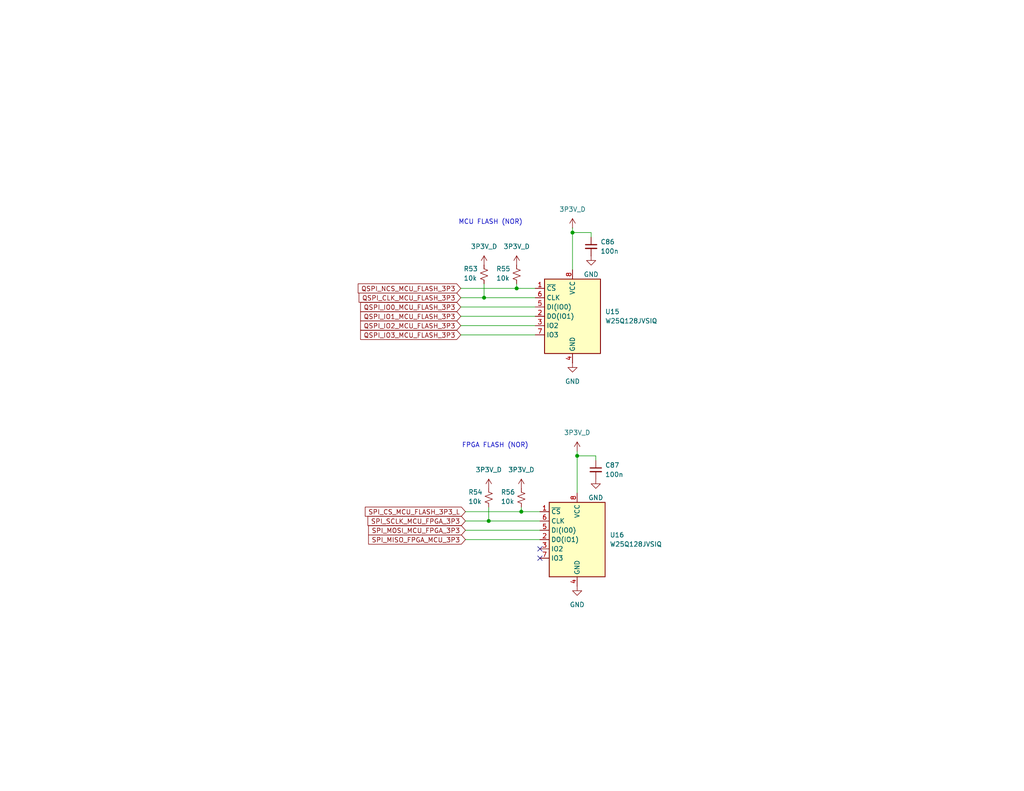
<source format=kicad_sch>
(kicad_sch (version 20250114) (generator "eeschema") (generator_version "9.0")
  (paper "A")
  (title_block (title "ARBITRARY WAVEFORM GENERATOR") (date "2025-07-15") (rev "1.0.1") (company "Tomasz Brzyzek"))
  (lib_symbols
    (symbol "BRZK_MEMORY:W25Q128JVSIQ"
      (property "Reference" "U" (at -16.764 14.478 0))
      (property "Value" "W25Q128JVSIQ" (at -10.414 12.192 0))
      (symbol "W25Q128JVSIQ_0_1"
        (rectangle (start -7.62 10.16) (end 7.62 -10.16) (stroke (width 0.254)) (fill (type background)))
      )
      (symbol "W25Q128JVSIQ_1_1"
        (pin input line (at -10.16 7.62 0) (length 2.54) (name "~{CS}") (number "1"))
        (pin input line (at -10.16 5.08 0) (length 2.54) (name "CLK") (number "6"))
        (pin bidirectional line (at -10.16 2.54 0) (length 2.54) (name "DI(IO0)") (number "5"))
        (pin bidirectional line (at -10.16 0 0) (length 2.54) (name "DO(IO1)") (number "2"))
        (pin bidirectional line (at -10.16 -2.54 0) (length 2.54) (name "IO2") (number "3"))
        (pin bidirectional line (at -10.16 -5.08 0) (length 2.54) (name "IO3") (number "7"))
        (pin power_in line (at 0 12.7 270) (length 2.54) (name "VCC") (number "8"))
        (pin power_in line (at 0 -12.7 90) (length 2.54) (name "GND") (number "4"))
      )
    )
    (symbol "Device:C_Small" (pin_numbers (hide yes)) (pin_names (offset 0.254) (hide yes))
      (property "Reference" "C" (at 0.254 1.778 0))
      (property "Value" "C_Small" (at 0.254 -2.032 0))
      (symbol "C_Small_0_1"
        (polyline (pts (xy -1.524 0.508) (xy 1.524 0.508)) (stroke (width 0.3048)))
        (polyline (pts (xy -1.524 -0.508) (xy 1.524 -0.508)) (stroke (width 0.3302)))
      )
      (symbol "C_Small_1_1"
        (pin passive line (at 0 2.54 270) (length 2.032) (name "~") (number "1"))
        (pin passive line (at 0 -2.54 90) (length 2.032) (name "~") (number "2"))
      )
    )
    (symbol "Device:R_Small_US" (pin_numbers (hide yes)) (pin_names (offset 0.254) (hide yes))
      (property "Reference" "R" (at 0.762 0.508 0))
      (property "Value" "R_Small_US" (at 0.762 -1.016 0))
      (symbol "R_Small_US_1_1"
        (polyline (pts (xy 0 1.524) (xy 1.016 1.143) (xy 0 0.762) (xy -1.016 0.381) (xy 0 0)))
        (polyline (pts (xy 0 0) (xy 1.016 -0.381) (xy 0 -0.762) (xy -1.016 -1.143) (xy 0 -1.524)))
        (pin passive line (at 0 2.54 270) (length 1.016) (name "~") (number "1"))
        (pin passive line (at 0 -2.54 90) (length 1.016) (name "~") (number "2"))
      )
    )
    (symbol "power:+3V3" (power) (pin_numbers (hide yes)) (pin_names (offset 0) (hide yes))
      (property "Value" "+3V3" (at 0 3.556 0))
      (symbol "+3V3_0_1"
        (polyline (pts (xy -0.762 1.27) (xy 0 2.54)))
        (polyline (pts (xy 0 2.54) (xy 0.762 1.27)))
        (polyline (pts (xy 0 0) (xy 0 2.54)))
      )
      (symbol "+3V3_1_1"
        (pin power_in line (at 0 0 90) (length 0) (name "~") (number "1"))
      )
    )
    (symbol "power:GND" (power) (pin_numbers (hide yes)) (pin_names (offset 0) (hide yes))
      (property "Value" "GND" (at 0 -3.81 0))
      (symbol "GND_0_1"
        (polyline (pts (xy 0 0) (xy 0 -1.27) (xy 1.27 -1.27) (xy 0 -2.54) (xy -1.27 -1.27) (xy 0 -1.27)))
      )
      (symbol "GND_1_1"
        (pin power_in line (at 0 0 270) (length 0) (name "~") (number "1"))
      )
    )
  )
  (text "MCU FLASH (NOR)" (at 133.858 60.706 0) (effects (font (size 1.27 1.27))))
  (text "FPGA FLASH (NOR)" (at 135.128 121.666 0) (effects (font (size 1.27 1.27))))
  (junction (at 140.97 78.74))
  (junction (at 132.08 81.28))
  (junction (at 133.35 142.24))
  (junction (at 142.24 139.7))
  (junction (at 156.21 63.5))
  (junction (at 157.48 124.46))
  (no_connect (at 147.32 149.86))
  (no_connect (at 147.32 152.4))
  (wire (pts (xy 125.73 88.9) (xy 146.05 88.9)))
  (wire (pts (xy 161.29 64.77) (xy 161.29 63.5)))
  (wire (pts (xy 127 142.24) (xy 133.35 142.24)))
  (wire (pts (xy 157.48 124.46) (xy 157.48 134.62)))
  (wire (pts (xy 157.48 124.46) (xy 157.48 123.19)))
  (wire (pts (xy 125.73 81.28) (xy 132.08 81.28)))
  (wire (pts (xy 133.35 142.24) (xy 147.32 142.24)))
  (wire (pts (xy 125.73 91.44) (xy 146.05 91.44)))
  (wire (pts (xy 133.35 138.43) (xy 133.35 142.24)))
  (wire (pts (xy 156.21 63.5) (xy 156.21 62.23)))
  (wire (pts (xy 125.73 83.82) (xy 146.05 83.82)))
  (wire (pts (xy 156.21 63.5) (xy 156.21 73.66)))
  (wire (pts (xy 156.21 63.5) (xy 161.29 63.5)))
  (wire (pts (xy 125.73 78.74) (xy 140.97 78.74)))
  (wire (pts (xy 140.97 78.74) (xy 146.05 78.74)))
  (wire (pts (xy 127 147.32) (xy 147.32 147.32)))
  (wire (pts (xy 142.24 138.43) (xy 142.24 139.7)))
  (wire (pts (xy 142.24 139.7) (xy 147.32 139.7)))
  (wire (pts (xy 140.97 77.47) (xy 140.97 78.74)))
  (wire (pts (xy 157.48 124.46) (xy 162.56 124.46)))
  (wire (pts (xy 125.73 86.36) (xy 146.05 86.36)))
  (wire (pts (xy 162.56 125.73) (xy 162.56 124.46)))
  (wire (pts (xy 127 139.7) (xy 142.24 139.7)))
  (wire (pts (xy 127 144.78) (xy 147.32 144.78)))
  (wire (pts (xy 132.08 81.28) (xy 146.05 81.28)))
  (wire (pts (xy 132.08 77.47) (xy 132.08 81.28)))
  (global_label "QSPI_IO1_MCU_FLASH_3P3" (shape input) (at 125.73 86.36 180) (property "Intersheetrefs" "${INTERSHEET_REFS}" (effects (hide yes))))
  (global_label "SPI_CS_MCU_FLASH_3P3_L" (shape input) (at 127 139.7 180) (property "Intersheetrefs" "${INTERSHEET_REFS}" (effects (hide yes))))
  (global_label "SPI_MISO_FPGA_MCU_3P3" (shape input) (at 127 147.32 180) (property "Intersheetrefs" "${INTERSHEET_REFS}" (effects (hide yes))))
  (global_label "SPI_MOSI_MCU_FPGA_3P3" (shape input) (at 127 144.78 180) (property "Intersheetrefs" "${INTERSHEET_REFS}" (effects (hide yes))))
  (global_label "QSPI_IO0_MCU_FLASH_3P3" (shape input) (at 125.73 83.82 180) (property "Intersheetrefs" "${INTERSHEET_REFS}" (effects (hide yes))))
  (global_label "QSPI_NCS_MCU_FLASH_3P3" (shape input) (at 125.73 78.74 180) (property "Intersheetrefs" "${INTERSHEET_REFS}" (effects (hide yes))))
  (global_label "QSPI_CLK_MCU_FLASH_3P3" (shape input) (at 125.73 81.28 180) (property "Intersheetrefs" "${INTERSHEET_REFS}" (effects (hide yes))))
  (global_label "QSPI_IO3_MCU_FLASH_3P3" (shape input) (at 125.73 91.44 180) (property "Intersheetrefs" "${INTERSHEET_REFS}" (effects (hide yes))))
  (global_label "SPI_SCLK_MCU_FPGA_3P3" (shape input) (at 127 142.24 180) (property "Intersheetrefs" "${INTERSHEET_REFS}" (effects (hide yes))))
  (global_label "QSPI_IO2_MCU_FLASH_3P3" (shape input) (at 125.73 88.9 180) (property "Intersheetrefs" "${INTERSHEET_REFS}" (effects (hide yes))))
  (symbol (lib_id "power:GND") (at 156.21 99.06 0) (unit 1)
    (property "Reference" "#PWR0211" (effects (hide yes)))
    (property "Value" "GND" (at 156.21 104.14 0))
    (property "Description" "Power symbol creates a global label with name \"GND\" , ground" (effects (hide yes)))
  )
  (symbol (lib_id "Device:R_Small_US") (at 133.35 135.89 180) (unit 1)
    (property "Reference" "R54" (at 127.762 134.366 0) (effects (justify right)))
    (property "Value" "10k" (at 127.762 136.906 0) (effects (justify right)))
    (property "Footprint" "Resistor_SMD:R_0603_1608Metric" (effects (hide yes)))
    (property "Description" "Resistor, small US symbol" (effects (hide yes)))
    (property "Part Number" "0603WAF1002T5E" (effects (hide yes)))
    (property "LCSC" "C25804" (effects (hide yes)))
  )
  (symbol (lib_id "power:GND") (at 162.56 130.81 0) (unit 1)
    (property "Reference" "#PWR0215" (effects (hide yes)))
    (property "Value" "GND" (at 162.56 135.89 0))
    (property "Description" "Power symbol creates a global label with name \"GND\" , ground" (effects (hide yes)))
  )
  (symbol (lib_id "power:+3V3") (at 156.21 62.23 0) (unit 1)
    (property "Reference" "#PWR0210" (effects (hide yes)))
    (property "Value" "3P3V_D" (at 156.21 57.15 0))
    (property "Description" "Power symbol creates a global label with name \"+3V3\"" (effects (hide yes)))
  )
  (symbol (lib_id "power:GND") (at 161.29 69.85 0) (unit 1)
    (property "Reference" "#PWR0214" (effects (hide yes)))
    (property "Value" "GND" (at 161.29 74.93 0))
    (property "Description" "Power symbol creates a global label with name \"GND\" , ground" (effects (hide yes)))
  )
  (symbol (lib_id "Device:R_Small_US") (at 142.24 135.89 180) (unit 1)
    (property "Reference" "R56" (at 136.652 134.366 0) (effects (justify right)))
    (property "Value" "10k" (at 136.652 136.906 0) (effects (justify right)))
    (property "Footprint" "Resistor_SMD:R_0603_1608Metric" (effects (hide yes)))
    (property "Description" "Resistor, small US symbol" (effects (hide yes)))
    (property "Part Number" "0603WAF1002T5E" (effects (hide yes)))
    (property "LCSC" "C25804" (effects (hide yes)))
  )
  (symbol (lib_id "power:+3V3") (at 157.48 123.19 0) (unit 1)
    (property "Reference" "#PWR0212" (effects (hide yes)))
    (property "Value" "3P3V_D" (at 157.48 118.11 0))
    (property "Description" "Power symbol creates a global label with name \"+3V3\"" (effects (hide yes)))
  )
  (symbol (lib_id "Device:R_Small_US") (at 132.08 74.93 180) (unit 1)
    (property "Reference" "R53" (at 126.492 73.406 0) (effects (justify right)))
    (property "Value" "10k" (at 126.492 75.946 0) (effects (justify right)))
    (property "Footprint" "Resistor_SMD:R_0603_1608Metric" (effects (hide yes)))
    (property "Description" "Resistor, small US symbol" (effects (hide yes)))
    (property "Part Number" "0603WAF1002T5E" (effects (hide yes)))
    (property "LCSC" "C25804" (effects (hide yes)))
  )
  (symbol (lib_id "Device:R_Small_US") (at 140.97 74.93 180) (unit 1)
    (property "Reference" "R55" (at 135.382 73.406 0) (effects (justify right)))
    (property "Value" "10k" (at 135.382 75.946 0) (effects (justify right)))
    (property "Footprint" "Resistor_SMD:R_0603_1608Metric" (effects (hide yes)))
    (property "Description" "Resistor, small US symbol" (effects (hide yes)))
    (property "Part Number" "0603WAF1002T5E" (effects (hide yes)))
    (property "LCSC" "C25804" (effects (hide yes)))
  )
  (symbol (lib_id "power:+3V3") (at 142.24 133.35 0) (unit 1)
    (property "Reference" "#PWR0209" (effects (hide yes)))
    (property "Value" "3P3V_D" (at 142.24 128.27 0))
    (property "Description" "Power symbol creates a global label with name \"+3V3\"" (effects (hide yes)))
  )
  (symbol (lib_id "power:+3V3") (at 133.35 133.35 0) (unit 1)
    (property "Reference" "#PWR0207" (effects (hide yes)))
    (property "Value" "3P3V_D" (at 133.35 128.27 0))
    (property "Description" "Power symbol creates a global label with name \"+3V3\"" (effects (hide yes)))
  )
  (symbol (lib_id "power:GND") (at 157.48 160.02 0) (unit 1)
    (property "Reference" "#PWR0213" (effects (hide yes)))
    (property "Value" "GND" (at 157.48 165.1 0))
    (property "Description" "Power symbol creates a global label with name \"GND\" , ground" (effects (hide yes)))
  )
  (symbol (lib_id "Device:C_Small") (at 161.29 67.31 0) (unit 1)
    (property "Reference" "C86" (at 163.83 66.0463 0) (effects (justify left)))
    (property "Value" "100n" (at 163.83 68.5863 0) (effects (justify left)))
    (property "Footprint" "Capacitor_SMD:C_0603_1608Metric" (effects (hide yes)))
    (property "Description" "Unpolarized capacitor, small symbol" (effects (hide yes)))
    (property "Part Number" "CL10B104JB8NNNC" (effects (hide yes)))
    (property "LCSC" "C24452" (effects (hide yes)))
  )
  (symbol (lib_id "Device:C_Small") (at 162.56 128.27 0) (unit 1)
    (property "Reference" "C87" (at 165.1 127.0063 0) (effects (justify left)))
    (property "Value" "100n" (at 165.1 129.5463 0) (effects (justify left)))
    (property "Footprint" "Capacitor_SMD:C_0603_1608Metric" (effects (hide yes)))
    (property "Description" "Unpolarized capacitor, small symbol" (effects (hide yes)))
    (property "Part Number" "CL10B104JB8NNNC" (effects (hide yes)))
    (property "LCSC" "C24452" (effects (hide yes)))
  )
  (symbol (lib_id "BRZK_MEMORY:W25Q128JVSIQ") (at 157.48 147.32 0) (unit 1)
    (property "Reference" "U16" (at 166.37 146.0499 0) (effects (justify left)))
    (property "Value" "W25Q128JVSIQ" (at 166.37 148.5899 0) (effects (justify left)))
    (property "Footprint" "Package_SO:SOIC-8_5.23x5.23mm_P1.27mm" (effects (hide yes)))
    (property "Datasheet" "http://www.winbond.com/resource-files/w25q128jv_dtr%20revc%2003272018%20plus.pdf" (effects (hide yes)))
    (property "Description" "128Mb Serial Flash Memory, Standard/Dual/Quad SPI, SOIC-8" (effects (hide yes)))
    (property "Part Number" "W25Q128JVSIQ" (effects (hide yes)))
    (property "LCSC" "C97521" (effects (hide yes)))
  )
  (symbol (lib_id "BRZK_MEMORY:W25Q128JVSIQ") (at 156.21 86.36 0) (unit 1)
    (property "Reference" "U15" (at 165.1 85.0899 0) (effects (justify left)))
    (property "Value" "W25Q128JVSIQ" (at 165.1 87.6299 0) (effects (justify left)))
    (property "Footprint" "Package_SO:SOIC-8_5.23x5.23mm_P1.27mm" (effects (hide yes)))
    (property "Datasheet" "http://www.winbond.com/resource-files/w25q128jv_dtr%20revc%2003272018%20plus.pdf" (effects (hide yes)))
    (property "Description" "128Mb Serial Flash Memory, Standard/Dual/Quad SPI, SOIC-8" (effects (hide yes)))
    (property "Part Number" "W25Q128JVSIQ" (effects (hide yes)))
    (property "LCSC" "C97521" (effects (hide yes)))
  )
  (symbol (lib_id "power:+3V3") (at 132.08 72.39 0) (unit 1)
    (property "Reference" "#PWR0206" (effects (hide yes)))
    (property "Value" "3P3V_D" (at 132.08 67.31 0))
    (property "Description" "Power symbol creates a global label with name \"+3V3\"" (effects (hide yes)))
  )
  (symbol (lib_id "power:+3V3") (at 140.97 72.39 0) (unit 1)
    (property "Reference" "#PWR0208" (effects (hide yes)))
    (property "Value" "3P3V_D" (at 140.97 67.31 0))
    (property "Description" "Power symbol creates a global label with name \"+3V3\"" (effects (hide yes)))
  )
)
</source>
